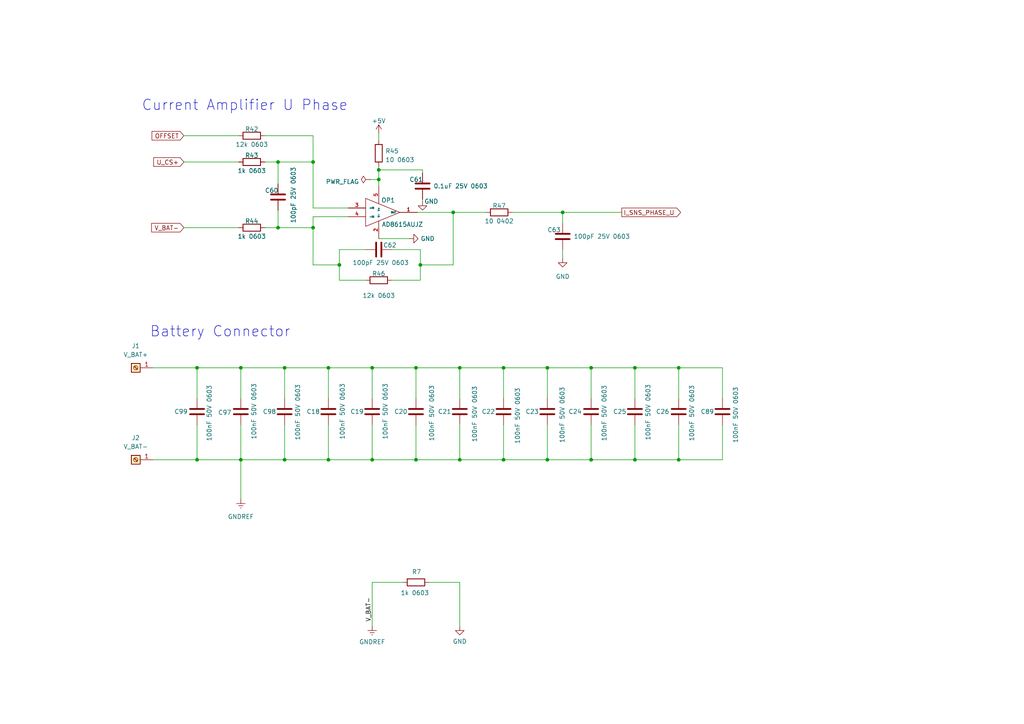
<source format=kicad_sch>
(kicad_sch (version 20231120) (generator "eeschema") (generator_version "8.0")
  (paper "A4")
  (lib_symbols
    (symbol "AD8615:AD8615AUJZ" (pin_names (offset 1.016))
      (property "Reference" "OP" (at 3.556 -12.954 0))
      (property "Value" "AD8615AUJZ" (at 8.128 -21.59 0))
      (symbol "AD8615AUJZ_0_0"
        (pin output line (at 11.176 -17.78 180) (length 5.08) (name "OUT") (number "1"))
        (pin power_in line (at 0 -25.4 90) (length 5.08) (name "V-") (number "2"))
        (pin input line (at -8.89 -16.51 0) (length 5.08) (name "+IN") (number "3"))
        (pin input line (at -8.89 -19.05 0) (length 5.08) (name "-IN") (number "4"))
        (pin power_in line (at 0 -10.16 270) (length 5.08) (name "V+") (number "5"))
      )
      (symbol "AD8615AUJZ_0_1"
        (polyline (pts (xy -3.81 -13.716) (xy -3.81 -21.844) (xy 6.096 -17.78) (xy -3.81 -13.716)))
      )
    )
    (symbol "Connector:Screw_Terminal_01x01" (pin_names (offset 1.016) hide)
      (property "Reference" "J" (at 0 2.54 0))
      (property "Value" "Screw_Terminal_01x01" (at 0 -2.54 0))
      (symbol "Screw_Terminal_01x01_1_1"
        (rectangle (start -1.27 1.27) (end 1.27 -1.27) (stroke (width 0.254)) (fill (type background)))
        (polyline (pts (xy -0.5334 0.3302) (xy 0.3302 -0.508)) (stroke (width 0.1524)))
        (polyline (pts (xy -0.3556 0.508) (xy 0.508 -0.3302)) (stroke (width 0.1524)))
        (circle (center 0 0) (radius 0.635) (stroke (width 0.1524)))
        (pin passive line (at -5.08 0 0) (length 3.81) (name "Pin_1") (number "1"))
      )
    )
    (symbol "Device:C" (pin_numbers hide) (pin_names (offset 0.254))
      (property "Reference" "C" (at 0.635 2.54 0))
      (property "Value" "C" (at 0.635 -2.54 0))
      (symbol "C_0_1"
        (polyline (pts (xy -2.032 -0.762) (xy 2.032 -0.762)) (stroke (width 0.508)))
        (polyline (pts (xy -2.032 0.762) (xy 2.032 0.762)) (stroke (width 0.508)))
      )
      (symbol "C_1_1"
        (pin passive line (at 0 3.81 270) (length 2.794) (name "~") (number "1"))
        (pin passive line (at 0 -3.81 90) (length 2.794) (name "~") (number "2"))
      )
    )
    (symbol "Device:R" (pin_numbers hide) (pin_names (offset 0))
      (property "Reference" "R" (at 2.032 0 90))
      (property "Value" "R" (at 0 0 90))
      (symbol "R_0_1"
        (rectangle (start -1.016 -2.54) (end 1.016 2.54) (stroke (width 0.254)))
      )
      (symbol "R_1_1"
        (pin passive line (at 0 3.81 270) (length 1.27) (name "~") (number "1"))
        (pin passive line (at 0 -3.81 90) (length 1.27) (name "~") (number "2"))
      )
    )
    (symbol "power:+5V" (power) (pin_names (offset 0))
      (property "Value" "+5V" (at 0 3.556 0))
      (symbol "+5V_0_1"
        (polyline (pts (xy -0.762 1.27) (xy 0 2.54)))
        (polyline (pts (xy 0 0) (xy 0 2.54)))
        (polyline (pts (xy 0 2.54) (xy 0.762 1.27)))
      )
      (symbol "+5V_1_1"
        (pin power_in line (at 0 0 90) (length 0) hide (name "+5V") (number "1"))
      )
    )
    (symbol "power:GND" (power) (pin_names (offset 0))
      (property "Value" "GND" (at 0 -3.81 0))
      (symbol "GND_0_1"
        (polyline (pts (xy 0 0) (xy 0 -1.27) (xy 1.27 -1.27) (xy 0 -2.54) (xy -1.27 -1.27) (xy 0 -1.27)))
      )
      (symbol "GND_1_1"
        (pin power_in line (at 0 0 270) (length 0) hide (name "GND") (number "1"))
      )
    )
    (symbol "power:GNDREF" (power) (pin_names (offset 0))
      (property "Value" "GNDREF" (at 0 -3.81 0))
      (symbol "GNDREF_0_1"
        (polyline (pts (xy -0.635 -1.905) (xy 0.635 -1.905)))
        (polyline (pts (xy -0.127 -2.54) (xy 0.127 -2.54)))
        (polyline (pts (xy 0 -1.27) (xy 0 0)))
        (polyline (pts (xy 1.27 -1.27) (xy -1.27 -1.27)))
      )
      (symbol "GNDREF_1_1"
        (pin power_in line (at 0 0 270) (length 0) hide (name "GNDREF") (number "1"))
      )
    )
    (symbol "power:PWR_FLAG" (power) (pin_numbers hide) (pin_names (offset 0) hide)
      (property "Value" "PWR_FLAG" (at 0 3.81 0))
      (symbol "PWR_FLAG_0_0"
        (pin power_out line (at 0 0 90) (length 0) (name "pwr") (number "1"))
      )
      (symbol "PWR_FLAG_0_1"
        (polyline (pts (xy 0 0) (xy 0 1.27) (xy -1.016 1.905) (xy 0 2.54) (xy 1.016 1.905) (xy 0 1.27)))
      )
    )
  )
  (junction (at 133.35 106.68))
  (junction (at 95.25 106.68))
  (junction (at 107.95 133.35))
  (junction (at 109.855 49.276))
  (junction (at 133.35 133.35))
  (junction (at 69.85 133.35))
  (junction (at 107.95 106.68))
  (junction (at 69.85 106.68))
  (junction (at 196.85 106.68))
  (junction (at 109.855 52.07))
  (junction (at 80.645 66.04))
  (junction (at 146.05 106.68))
  (junction (at 163.195 61.595))
  (junction (at 90.805 66.04))
  (junction (at 57.15 133.35))
  (junction (at 82.55 106.68))
  (junction (at 184.15 106.68))
  (junction (at 196.85 133.35))
  (junction (at 98.425 76.835))
  (junction (at 80.645 46.99))
  (junction (at 171.45 133.35))
  (junction (at 82.55 133.35))
  (junction (at 184.15 133.35))
  (junction (at 57.15 106.68))
  (junction (at 90.805 46.99))
  (junction (at 120.65 133.35))
  (junction (at 120.65 106.68))
  (junction (at 95.25 133.35))
  (junction (at 146.05 133.35))
  (junction (at 171.45 106.68))
  (junction (at 121.92 76.835))
  (junction (at 131.445 61.595))
  (junction (at 158.75 133.35))
  (junction (at 158.75 106.68))
  (wire (pts (xy 131.445 61.595) (xy 140.97 61.595)))
  (wire (pts (xy 95.25 106.68) (xy 107.95 106.68)))
  (wire (pts (xy 146.05 123.19) (xy 146.05 133.35)))
  (wire (pts (xy 196.85 106.68) (xy 209.55 106.68)))
  (wire (pts (xy 80.645 66.04) (xy 90.805 66.04)))
  (wire (pts (xy 184.15 106.68) (xy 196.85 106.68)))
  (wire (pts (xy 90.805 60.325) (xy 100.965 60.325)))
  (wire (pts (xy 95.25 133.35) (xy 107.95 133.35)))
  (wire (pts (xy 69.85 106.68) (xy 82.55 106.68)))
  (wire (pts (xy 107.95 106.68) (xy 120.65 106.68)))
  (wire (pts (xy 148.59 61.595) (xy 163.195 61.595)))
  (wire (pts (xy 196.85 133.35) (xy 209.55 133.35)))
  (wire (pts (xy 131.445 61.595) (xy 131.445 76.835)))
  (wire (pts (xy 184.15 123.19) (xy 184.15 133.35)))
  (wire (pts (xy 82.55 123.19) (xy 82.55 133.35)))
  (wire (pts (xy 209.55 123.19) (xy 209.55 133.35)))
  (wire (pts (xy 90.805 62.865) (xy 100.965 62.865)))
  (wire (pts (xy 90.805 46.99) (xy 90.805 60.325)))
  (wire (pts (xy 107.95 123.19) (xy 107.95 133.35)))
  (wire (pts (xy 121.92 76.835) (xy 131.445 76.835)))
  (wire (pts (xy 109.855 52.07) (xy 109.855 53.975)))
  (wire (pts (xy 109.855 49.276) (xy 109.855 52.07)))
  (wire (pts (xy 107.95 133.35) (xy 120.65 133.35)))
  (wire (pts (xy 69.85 123.19) (xy 69.85 133.35)))
  (wire (pts (xy 69.85 133.35) (xy 82.55 133.35)))
  (wire (pts (xy 57.15 106.68) (xy 69.85 106.68)))
  (wire (pts (xy 121.92 72.39) (xy 113.665 72.39)))
  (wire (pts (xy 133.35 106.68) (xy 146.05 106.68)))
  (wire (pts (xy 107.95 168.91) (xy 116.84 168.91)))
  (wire (pts (xy 98.425 72.39) (xy 106.045 72.39)))
  (wire (pts (xy 69.85 106.68) (xy 69.85 115.57)))
  (wire (pts (xy 98.425 76.835) (xy 98.425 72.39)))
  (wire (pts (xy 124.46 168.91) (xy 133.35 168.91)))
  (wire (pts (xy 107.315 52.07) (xy 109.855 52.07)))
  (wire (pts (xy 163.195 72.39) (xy 163.195 74.93)))
  (wire (pts (xy 76.835 66.04) (xy 80.645 66.04)))
  (wire (pts (xy 90.805 66.04) (xy 90.805 76.835)))
  (wire (pts (xy 80.645 53.34) (xy 80.645 46.99)))
  (wire (pts (xy 158.75 123.19) (xy 158.75 133.35)))
  (wire (pts (xy 158.75 133.35) (xy 171.45 133.35)))
  (wire (pts (xy 120.65 133.35) (xy 133.35 133.35)))
  (wire (pts (xy 184.15 133.35) (xy 196.85 133.35)))
  (wire (pts (xy 184.15 106.68) (xy 184.15 115.57)))
  (wire (pts (xy 120.65 123.19) (xy 120.65 133.35)))
  (wire (pts (xy 44.45 106.68) (xy 57.15 106.68)))
  (wire (pts (xy 113.665 81.28) (xy 121.92 81.28)))
  (wire (pts (xy 146.05 106.68) (xy 146.05 115.57)))
  (wire (pts (xy 44.45 133.35) (xy 57.15 133.35)))
  (wire (pts (xy 209.55 106.68) (xy 209.55 115.57)))
  (wire (pts (xy 57.15 133.35) (xy 69.85 133.35)))
  (wire (pts (xy 69.85 133.35) (xy 69.85 144.78)))
  (wire (pts (xy 76.835 39.37) (xy 90.805 39.37)))
  (wire (pts (xy 120.65 106.68) (xy 133.35 106.68)))
  (wire (pts (xy 121.92 76.835) (xy 121.92 72.39)))
  (wire (pts (xy 95.25 123.19) (xy 95.25 133.35)))
  (wire (pts (xy 120.65 106.68) (xy 120.65 115.57)))
  (wire (pts (xy 80.645 46.99) (xy 90.805 46.99)))
  (wire (pts (xy 122.555 57.785) (xy 122.555 58.42)))
  (wire (pts (xy 146.05 106.68) (xy 158.75 106.68)))
  (wire (pts (xy 57.15 123.19) (xy 57.15 133.35)))
  (wire (pts (xy 133.35 123.19) (xy 133.35 133.35)))
  (wire (pts (xy 53.34 46.99) (xy 69.215 46.99)))
  (wire (pts (xy 90.805 62.865) (xy 90.805 66.04)))
  (wire (pts (xy 80.645 60.96) (xy 80.645 66.04)))
  (wire (pts (xy 121.031 61.595) (xy 131.445 61.595)))
  (wire (pts (xy 133.35 133.35) (xy 146.05 133.35)))
  (wire (pts (xy 163.195 61.595) (xy 163.195 64.77)))
  (wire (pts (xy 171.45 106.68) (xy 184.15 106.68)))
  (wire (pts (xy 95.25 106.68) (xy 95.25 115.57)))
  (wire (pts (xy 133.35 106.68) (xy 133.35 115.57)))
  (wire (pts (xy 98.425 76.835) (xy 90.805 76.835)))
  (wire (pts (xy 196.85 106.68) (xy 196.85 115.57)))
  (wire (pts (xy 90.805 46.99) (xy 90.805 39.37)))
  (wire (pts (xy 107.95 106.68) (xy 107.95 115.57)))
  (wire (pts (xy 53.34 66.04) (xy 69.215 66.04)))
  (wire (pts (xy 171.45 133.35) (xy 184.15 133.35)))
  (wire (pts (xy 106.045 81.28) (xy 98.425 81.28)))
  (wire (pts (xy 158.75 106.68) (xy 158.75 115.57)))
  (wire (pts (xy 82.55 106.68) (xy 95.25 106.68)))
  (wire (pts (xy 121.92 81.28) (xy 121.92 76.835)))
  (wire (pts (xy 57.15 106.68) (xy 57.15 115.57)))
  (wire (pts (xy 82.55 106.68) (xy 82.55 115.57)))
  (wire (pts (xy 196.85 123.19) (xy 196.85 133.35)))
  (wire (pts (xy 98.425 81.28) (xy 98.425 76.835)))
  (wire (pts (xy 171.45 123.19) (xy 171.45 133.35)))
  (wire (pts (xy 122.555 49.276) (xy 122.555 50.165)))
  (wire (pts (xy 133.35 168.91) (xy 133.35 181.61)))
  (wire (pts (xy 53.34 39.37) (xy 69.215 39.37)))
  (wire (pts (xy 158.75 106.68) (xy 171.45 106.68)))
  (wire (pts (xy 82.55 133.35) (xy 95.25 133.35)))
  (wire (pts (xy 146.05 133.35) (xy 158.75 133.35)))
  (wire (pts (xy 122.555 49.276) (xy 109.855 49.276)))
  (wire (pts (xy 80.645 46.99) (xy 76.835 46.99)))
  (wire (pts (xy 163.195 61.595) (xy 180.34 61.595)))
  (wire (pts (xy 109.855 38.735) (xy 109.855 40.64)))
  (wire (pts (xy 109.855 69.215) (xy 118.745 69.215)))
  (wire (pts (xy 107.95 168.91) (xy 107.95 181.61)))
  (wire (pts (xy 171.45 106.68) (xy 171.45 115.57)))
  (wire (pts (xy 109.855 48.26) (xy 109.855 49.276)))
  (text "Battery Connector" (at 84.328 98.044 0) (effects (font (size 3 3)) (justify right bottom)))
  (text "Current Amplifier U Phase" (at 100.965 32.385 0) (effects (font (size 3 3)) (justify right bottom)))
  (label "V_BAT-" (at 107.95 180.34 90))
  (global_label "V_BAT-" (shape input) (at 53.34 66.04 180) (property "Intersheetrefs" "${INTERSHEET_REFS}" (effects (hide yes))))
  (global_label "I_SNS_PHASE_U" (shape output) (at 180.34 61.595 0) (property "Intersheetrefs" "${INTERSHEET_REFS}" (effects (hide yes))))
  (global_label "OFFSET" (shape input) (at 53.34 39.37 180) (property "Intersheetrefs" "${INTERSHEET_REFS}" (effects (hide yes))))
  (global_label "U_CS+" (shape input) (at 53.34 46.99 180) (property "Intersheetrefs" "${INTERSHEET_REFS}" (effects (hide yes))))
  (symbol (lib_id "Device:R") (at 120.65 168.91 90) (unit 1)
    (property "Reference" "R7" (at 122.174 165.862 90) (effects (justify left)))
    (property "Value" "1k 0603" (at 124.46 171.958 90) (effects (justify left)))
  )
  (symbol (lib_id "Device:C") (at 196.85 119.38 0) (unit 1)
    (property "Reference" "C26" (at 190.246 119.38 0) (effects (justify left)))
    (property "Value" "100nF 50V 0603" (at 200.66 128.016 90) (effects (justify left)))
    (property "Footprint" "Kap-1206-Footprints:C20" (effects (hide yes)))
    (property "Datasheet" "C18" (effects (hide yes)))
  )
  (symbol (lib_id "Device:C") (at 107.95 119.38 0) (unit 1)
    (property "Reference" "C19" (at 101.6 119.38 0) (effects (justify left)))
    (property "Value" "100nF 50V 0603" (at 111.76 127.508 90) (effects (justify left)))
    (property "Footprint" "Kap-1206-Footprints:C18" (effects (hide yes)))
    (property "Datasheet" "C18" (effects (hide yes)))
  )
  (symbol (lib_id "Device:C") (at 57.15 119.38 0) (unit 1)
    (property "Reference" "C99" (at 50.546 119.38 0) (effects (justify left)))
    (property "Value" "100nF 50V 0603" (at 60.706 128.016 90) (effects (justify left)))
    (property "Footprint" "Kap-1206-Footprints:C18" (effects (hide yes)))
    (property "Datasheet" "C18" (effects (hide yes)))
  )
  (symbol (lib_id "Device:C") (at 95.25 119.38 0) (unit 1)
    (property "Reference" "C18" (at 88.9 119.38 0) (effects (justify left)))
    (property "Value" "100nF 50V 0603" (at 99.314 127.508 90) (effects (justify left)))
    (property "Footprint" "Kap-1206-Footprints:C18" (effects (hide yes)))
    (property "Datasheet" "C18" (effects (hide yes)))
  )
  (symbol (lib_id "Device:C") (at 109.855 72.39 270) (unit 1)
    (property "Reference" "C62" (at 111.125 71.12 90) (effects (justify left)))
    (property "Value" "100pF 25V 0603" (at 102.235 76.2 90) (effects (justify left)))
    (property "Footprint" "Kap-1206-Footprints:C8" (effects (hide yes)))
    (property "Datasheet" "C8" (effects (hide yes)))
  )
  (symbol (lib_id "Device:C") (at 158.75 119.38 0) (unit 1)
    (property "Reference" "C23" (at 152.4 119.38 0) (effects (justify left)))
    (property "Value" "100nF 50V 0603" (at 163.068 128.524 90) (effects (justify left)))
    (property "Footprint" "Kap-1206-Footprints:C20" (effects (hide yes)))
    (property "Datasheet" "C18" (effects (hide yes)))
  )
  (symbol (lib_id "power:GND") (at 118.745 69.215 90) (unit 1)
    (property "Reference" "#PWR014" (effects (hide yes)))
    (property "Value" "GND" (at 124.0282 69.215 90))
  )
  (symbol (lib_id "power:GND") (at 133.35 181.61 0) (unit 1)
    (property "Reference" "#PWR0102" (effects (hide yes)))
    (property "Value" "GND" (at 133.35 186.055 0))
  )
  (symbol (lib_id "Device:C") (at 69.85 119.38 0) (unit 1)
    (property "Reference" "C97" (at 63.246 119.634 0) (effects (justify left)))
    (property "Value" "100nF 50V 0603" (at 73.66 127.508 90) (effects (justify left)))
    (property "Footprint" "Kap-1206-Footprints:C18" (effects (hide yes)))
    (property "Datasheet" "C18" (effects (hide yes)))
  )
  (symbol (lib_id "Device:C") (at 82.55 119.38 0) (unit 1)
    (property "Reference" "C98" (at 76.2 119.38 0) (effects (justify left)))
    (property "Value" "100nF 50V 0603" (at 86.36 127.762 90) (effects (justify left)))
    (property "Footprint" "Kap-1206-Footprints:C18" (effects (hide yes)))
    (property "Datasheet" "C18" (effects (hide yes)))
  )
  (symbol (lib_id "Device:C") (at 184.15 119.38 0) (unit 1)
    (property "Reference" "C25" (at 177.8 119.38 0) (effects (justify left)))
    (property "Value" "100nF 50V 0603" (at 187.96 127.762 90) (effects (justify left)))
    (property "Footprint" "Kap-1206-Footprints:C20" (effects (hide yes)))
    (property "Datasheet" "C18" (effects (hide yes)))
  )
  (symbol (lib_id "power:GND") (at 122.555 58.42 0) (unit 1)
    (property "Reference" "#PWR013" (effects (hide yes)))
    (property "Value" "GND" (at 125.095 58.42 0))
  )
  (symbol (lib_id "Connector:Screw_Terminal_01x01") (at 39.37 106.68 180) (unit 1)
    (property "Reference" "J1" (at 39.37 100.33 0))
    (property "Value" "V_BAT+" (at 39.37 102.87 0))
    (property "Footprint" "Misc-Footprints:J4" (effects (hide yes)))
  )
  (symbol (lib_id "power:GND") (at 163.195 74.93 0) (unit 1)
    (property "Reference" "#PWR015" (effects (hide yes)))
    (property "Value" "GND" (at 163.195 80.2132 0))
  )
  (symbol (lib_id "Device:C") (at 146.05 119.38 0) (unit 1)
    (property "Reference" "C22" (at 139.7 119.38 0) (effects (justify left)))
    (property "Value" "100nF 50V 0603" (at 150.114 128.778 90) (effects (justify left)))
    (property "Footprint" "Kap-1206-Footprints:C20" (effects (hide yes)))
    (property "Datasheet" "C18" (effects (hide yes)))
  )
  (symbol (lib_id "Device:C") (at 122.555 53.975 0) (unit 1)
    (property "Reference" "C61" (at 118.745 52.07 0) (effects (justify left)))
    (property "Value" "0.1uF 25V 0603" (at 125.73 53.975 0) (effects (justify left)))
    (property "Footprint" "Kap-1206-Footprints:C15" (effects (hide yes)))
    (property "Datasheet" "C15" (effects (hide yes)))
  )
  (symbol (lib_id "Device:R") (at 73.025 39.37 90) (unit 1)
    (property "Reference" "R42" (at 73.025 37.465 90))
    (property "Value" "12k 0603" (at 73.025 41.91 90))
  )
  (symbol (lib_id "Device:C") (at 120.65 119.38 0) (unit 1)
    (property "Reference" "C20" (at 114.3 119.38 0) (effects (justify left)))
    (property "Value" "100nF 50V 0603" (at 125.222 128.016 90) (effects (justify left)))
    (property "Footprint" "Kap-1206-Footprints:C20" (effects (hide yes)))
    (property "Datasheet" "C18" (effects (hide yes)))
  )
  (symbol (lib_id "Device:C") (at 133.35 119.38 0) (unit 1)
    (property "Reference" "C21" (at 127 119.38 0) (effects (justify left)))
    (property "Value" "100nF 50V 0603" (at 137.668 128.27 90) (effects (justify left)))
    (property "Footprint" "Kap-1206-Footprints:C20" (effects (hide yes)))
    (property "Datasheet" "C18" (effects (hide yes)))
  )
  (symbol (lib_id "Device:R") (at 73.025 46.99 90) (unit 1)
    (property "Reference" "R43" (at 73.025 45.085 90))
    (property "Value" "1k 0603" (at 73.025 49.53 90))
  )
  (symbol (lib_id "Device:C") (at 80.645 57.15 0) (unit 1)
    (property "Reference" "C60" (at 76.835 55.245 0) (effects (justify left)))
    (property "Value" "100pF 25V 0603" (at 85.09 64.77 90) (effects (justify left)))
    (property "Footprint" "Kap-1206-Footprints:C8" (effects (hide yes)))
    (property "Datasheet" "C8" (effects (hide yes)))
  )
  (symbol (lib_id "AD8615:AD8615AUJZ") (at 109.855 43.815 0) (unit 1)
    (property "Reference" "OP1" (at 112.5982 58.0898 0))
    (property "Value" "AD8615AUJZ" (at 116.713 65.1002 0))
    (property "Footprint" "infineon-library-footprints:AD8615" (effects (hide yes)))
    (property "Description" "Precision 20 MHz CMOS Single RRIO Operational Amplifier" (effects (hide yes)))
    (property "MF" "Analog Devices" (effects (hide yes)))
    (property "PACKAGE" "SOT-23-5" (effects (hide yes)))
    (property "MPN" "AD8615AUJZ" (effects (hide yes)))
    (property "Price" "None" (effects (hide yes)))
    (property "Package" "TSOT-5 Analog Devices" (effects (hide yes)))
    (property "OC_FARNELL" "9079408" (effects (hide yes)))
    (property "SnapEDA_Link" "https://www.snapeda.com/parts/AD8615AUJZ-REEL7/Analog+Devices/view-part/?ref=snap" (effects (hide yes)))
    (property "MP" "AD8615AUJZ-REEL7" (effects (hide yes)))
    (property "Purchase-URL" "https://www.snapeda.com/api/url_track_click_mouser/?unipart_id=45535&manufacturer=Analog Devices&part_name=AD8615AUJZ-REEL7&search_term=ad8615" (effects (hide yes)))
    (property "SUPPLIER" "Analog Devices" (effects (hide yes)))
    (property "OC_NEWARK" "31M4569" (effects (hide yes)))
    (property "Availability" "In Stock" (effects (hide yes)))
    (property "Check_prices" "https://www.snapeda.com/parts/AD8615AUJZ-REEL7/Analog+Devices/view-part/?ref=eda" (effects (hide yes)))
  )
  (symbol (lib_id "Device:C") (at 163.195 68.58 0) (unit 1)
    (property "Reference" "C63" (at 158.75 66.675 0) (effects (justify left)))
    (property "Value" "100pF 25V 0603" (at 166.37 68.58 0) (effects (justify left)))
    (property "Footprint" "Kap-1206-Footprints:C8" (effects (hide yes)))
    (property "Datasheet" "C8" (effects (hide yes)))
  )
  (symbol (lib_id "Device:R") (at 109.855 81.28 90) (unit 1)
    (property "Reference" "R46" (at 109.855 79.375 90))
    (property "Value" "12k 0603" (at 109.855 85.725 90))
  )
  (symbol (lib_id "power:+5V") (at 109.855 38.735 0) (unit 1)
    (property "Reference" "#PWR012" (effects (hide yes)))
    (property "Value" "+5V" (at 109.855 35.0774 0))
  )
  (symbol (lib_id "power:PWR_FLAG") (at 107.315 52.07 90) (unit 1)
    (property "Reference" "#FLG01" (effects (hide yes)))
    (property "Value" "PWR_FLAG" (at 104.14 52.705 90) (effects (justify left)))
  )
  (symbol (lib_id "power:GNDREF") (at 69.85 144.78 0) (unit 1)
    (property "Reference" "#PWR0103" (effects (hide yes)))
    (property "Value" "GNDREF" (at 69.85 149.86 0))
  )
  (symbol (lib_id "Device:R") (at 73.025 66.04 90) (unit 1)
    (property "Reference" "R44" (at 73.025 64.135 90))
    (property "Value" "1k 0603" (at 73.025 68.58 90))
  )
  (symbol (lib_id "Device:R") (at 144.78 61.595 90) (unit 1)
    (property "Reference" "R47" (at 144.78 59.69 90))
    (property "Value" "10 0402" (at 144.78 64.135 90))
  )
  (symbol (lib_id "power:GNDREF") (at 107.95 181.61 0) (unit 1)
    (property "Reference" "#PWR0101" (effects (hide yes)))
    (property "Value" "GNDREF" (at 107.95 186.182 0))
  )
  (symbol (lib_id "Device:R") (at 109.855 44.45 0) (unit 1)
    (property "Reference" "R45" (at 111.76 43.815 0) (effects (justify left)))
    (property "Value" "10 0603" (at 111.76 46.355 0) (effects (justify left)))
  )
  (symbol (lib_id "Device:C") (at 209.55 119.38 0) (unit 1)
    (property "Reference" "C89" (at 203.2 119.38 0) (effects (justify left)))
    (property "Value" "100nF 50V 0603" (at 213.36 128.524 90) (effects (justify left)))
    (property "Footprint" "Kap-1206-Footprints:C20" (effects (hide yes)))
    (property "Datasheet" "C18" (effects (hide yes)))
  )
  (symbol (lib_id "Device:C") (at 171.45 119.38 0) (unit 1)
    (property "Reference" "C24" (at 164.846 119.38 0) (effects (justify left)))
    (property "Value" "100nF 50V 0603" (at 175.26 128.016 90) (effects (justify left)))
    (property "Footprint" "Kap-1206-Footprints:C20" (effects (hide yes)))
    (property "Datasheet" "C18" (effects (hide yes)))
  )
  (symbol (lib_id "Connector:Screw_Terminal_01x01") (at 39.37 133.35 180) (unit 1)
    (property "Reference" "J2" (at 39.37 127 0))
    (property "Value" "V_BAT-" (at 39.37 129.54 0))
    (property "Footprint" "Misc-Footprints:J4" (effects (hide yes)))
  )
)
</source>
